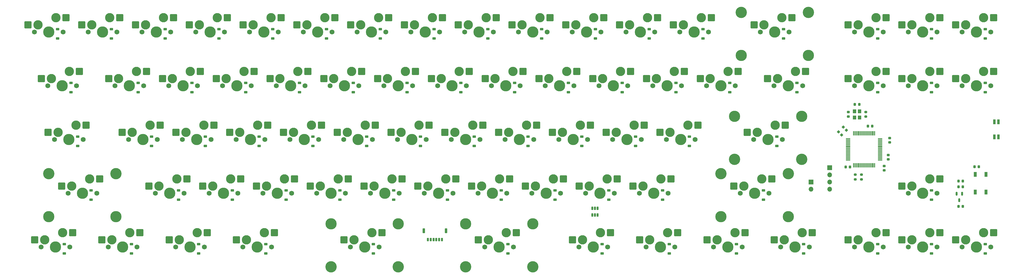
<source format=gbr>
%TF.GenerationSoftware,KiCad,Pcbnew,7.0.10*%
%TF.CreationDate,2024-04-20T21:15:11+02:00*%
%TF.ProjectId,cycle-7,6379636c-652d-4372-9e6b-696361645f70,rev?*%
%TF.SameCoordinates,Original*%
%TF.FileFunction,Soldermask,Bot*%
%TF.FilePolarity,Negative*%
%FSLAX46Y46*%
G04 Gerber Fmt 4.6, Leading zero omitted, Abs format (unit mm)*
G04 Created by KiCad (PCBNEW 7.0.10) date 2024-04-20 21:15:11*
%MOMM*%
%LPD*%
G01*
G04 APERTURE LIST*
G04 Aperture macros list*
%AMRoundRect*
0 Rectangle with rounded corners*
0 $1 Rounding radius*
0 $2 $3 $4 $5 $6 $7 $8 $9 X,Y pos of 4 corners*
0 Add a 4 corners polygon primitive as box body*
4,1,4,$2,$3,$4,$5,$6,$7,$8,$9,$2,$3,0*
0 Add four circle primitives for the rounded corners*
1,1,$1+$1,$2,$3*
1,1,$1+$1,$4,$5*
1,1,$1+$1,$6,$7*
1,1,$1+$1,$8,$9*
0 Add four rect primitives between the rounded corners*
20,1,$1+$1,$2,$3,$4,$5,0*
20,1,$1+$1,$4,$5,$6,$7,0*
20,1,$1+$1,$6,$7,$8,$9,0*
20,1,$1+$1,$8,$9,$2,$3,0*%
G04 Aperture macros list end*
%ADD10C,1.750000*%
%ADD11C,3.987800*%
%ADD12C,3.300000*%
%ADD13RoundRect,0.250000X1.025000X1.000000X-1.025000X1.000000X-1.025000X-1.000000X1.025000X-1.000000X0*%
%ADD14C,4.000000*%
%ADD15RoundRect,0.225000X0.375000X-0.225000X0.375000X0.225000X-0.375000X0.225000X-0.375000X-0.225000X0*%
%ADD16RoundRect,0.225000X-0.250000X0.225000X-0.250000X-0.225000X0.250000X-0.225000X0.250000X0.225000X0*%
%ADD17R,1.000000X1.700000*%
%ADD18RoundRect,0.225000X-0.225000X-0.250000X0.225000X-0.250000X0.225000X0.250000X-0.225000X0.250000X0*%
%ADD19R,1.700000X1.700000*%
%ADD20O,1.700000X1.700000*%
%ADD21RoundRect,0.150000X-0.150000X0.475000X-0.150000X-0.475000X0.150000X-0.475000X0.150000X0.475000X0*%
%ADD22RoundRect,0.200000X0.275000X-0.200000X0.275000X0.200000X-0.275000X0.200000X-0.275000X-0.200000X0*%
%ADD23RoundRect,0.225000X0.225000X0.250000X-0.225000X0.250000X-0.225000X-0.250000X0.225000X-0.250000X0*%
%ADD24RoundRect,0.150000X-0.150000X0.512500X-0.150000X-0.512500X0.150000X-0.512500X0.150000X0.512500X0*%
%ADD25RoundRect,0.225000X0.335876X0.017678X0.017678X0.335876X-0.335876X-0.017678X-0.017678X-0.335876X0*%
%ADD26RoundRect,0.200000X-0.275000X0.200000X-0.275000X-0.200000X0.275000X-0.200000X0.275000X0.200000X0*%
%ADD27RoundRect,0.225000X0.250000X-0.225000X0.250000X0.225000X-0.250000X0.225000X-0.250000X-0.225000X0*%
%ADD28R,0.820000X1.700000*%
%ADD29RoundRect,0.150000X-0.150000X-0.475000X0.150000X-0.475000X0.150000X0.475000X-0.150000X0.475000X0*%
%ADD30RoundRect,0.225000X-0.225000X-0.625000X0.225000X-0.625000X0.225000X0.625000X-0.225000X0.625000X0*%
%ADD31R,1.200000X1.400000*%
%ADD32RoundRect,0.075000X-0.075000X0.700000X-0.075000X-0.700000X0.075000X-0.700000X0.075000X0.700000X0*%
%ADD33RoundRect,0.075000X-0.700000X0.075000X-0.700000X-0.075000X0.700000X-0.075000X0.700000X0.075000X0*%
G04 APERTURE END LIST*
D10*
%TO.C,MX15*%
X335592500Y-90000000D03*
D11*
X330512500Y-90000000D03*
D10*
X325432500Y-90000000D03*
D12*
X326702500Y-87460000D03*
D13*
X323152500Y-87460000D03*
X336602500Y-84920000D03*
D12*
X333052500Y-84920000D03*
%TD*%
D14*
%TO.C,S3*%
X278125000Y-140165000D03*
D11*
X278125000Y-155405000D03*
D14*
X301937500Y-140165000D03*
D11*
X301937500Y-155405000D03*
%TD*%
D14*
%TO.C,S4*%
X40000000Y-140165000D03*
D11*
X40000000Y-155405000D03*
D14*
X63812500Y-140165000D03*
D11*
X63812500Y-155405000D03*
%TD*%
D14*
%TO.C,S6*%
X163825000Y-173185000D03*
D11*
X163825000Y-157945000D03*
D14*
X140012500Y-173185000D03*
D11*
X140012500Y-157945000D03*
%TD*%
D14*
%TO.C,S5*%
X211450000Y-173185000D03*
D11*
X211450000Y-157945000D03*
D14*
X187637500Y-173185000D03*
D11*
X187637500Y-157945000D03*
%TD*%
D14*
%TO.C,S1*%
X285268750Y-83015000D03*
D11*
X285268750Y-98255000D03*
D14*
X309081250Y-83015000D03*
D11*
X309081250Y-98255000D03*
%TD*%
D14*
%TO.C,S2*%
X306700000Y-135085000D03*
D11*
X306700000Y-119845000D03*
D14*
X282887500Y-135085000D03*
D11*
X282887500Y-119845000D03*
%TD*%
D10*
%TO.C,MX22*%
X130805000Y-109050000D03*
D11*
X125725000Y-109050000D03*
D10*
X120645000Y-109050000D03*
D12*
X121915000Y-106510000D03*
D13*
X118365000Y-106510000D03*
X131815000Y-103970000D03*
D12*
X128265000Y-103970000D03*
%TD*%
D15*
%TO.C,D64*%
X116913750Y-168515000D03*
X116913750Y-165215000D03*
%TD*%
D10*
%TO.C,MX18*%
X49842500Y-109050000D03*
D11*
X44762500Y-109050000D03*
D10*
X39682500Y-109050000D03*
D12*
X40952500Y-106510000D03*
D13*
X37402500Y-106510000D03*
X50852500Y-103970000D03*
D12*
X47302500Y-103970000D03*
%TD*%
D15*
%TO.C,D17*%
X371707500Y-92315000D03*
X371707500Y-89015000D03*
%TD*%
D16*
%TO.C,C11*%
X337325000Y-133575000D03*
X337325000Y-135125000D03*
%TD*%
D15*
%TO.C,D70*%
X307413750Y-168515000D03*
X307413750Y-165215000D03*
%TD*%
D17*
%TO.C,SW1*%
X371975000Y-146725000D03*
X371975000Y-140425000D03*
X368175000Y-146725000D03*
X368175000Y-140425000D03*
%TD*%
D10*
%TO.C,MX3*%
X83180000Y-90000000D03*
D11*
X78100000Y-90000000D03*
D10*
X73020000Y-90000000D03*
D12*
X74290000Y-87460000D03*
D13*
X70740000Y-87460000D03*
X84190000Y-84920000D03*
D12*
X80640000Y-84920000D03*
%TD*%
D15*
%TO.C,D40*%
X152632500Y-130415000D03*
X152632500Y-127115000D03*
%TD*%
D18*
%TO.C,C10*%
X367900000Y-137775000D03*
X369450000Y-137775000D03*
%TD*%
D10*
%TO.C,MX44*%
X230817500Y-128100000D03*
D11*
X225737500Y-128100000D03*
D10*
X220657500Y-128100000D03*
D12*
X221927500Y-125560000D03*
D13*
X218377500Y-125560000D03*
X231827500Y-123020000D03*
D12*
X228277500Y-123020000D03*
%TD*%
D15*
%TO.C,D25*%
X185970000Y-111365000D03*
X185970000Y-108065000D03*
%TD*%
%TO.C,D59*%
X293126250Y-149465000D03*
X293126250Y-146165000D03*
%TD*%
%TO.C,D43*%
X209782500Y-130415000D03*
X209782500Y-127115000D03*
%TD*%
%TO.C,D31*%
X305032500Y-111365000D03*
X305032500Y-108065000D03*
%TD*%
D19*
%TO.C,J2*%
X316575000Y-138075000D03*
D20*
X316575000Y-140615000D03*
X316575000Y-143155000D03*
X316575000Y-145695000D03*
%TD*%
D15*
%TO.C,D34*%
X371707500Y-111365000D03*
X371707500Y-108065000D03*
%TD*%
D10*
%TO.C,MX67*%
X237961250Y-166200000D03*
D11*
X232881250Y-166200000D03*
D10*
X227801250Y-166200000D03*
D12*
X229071250Y-163660000D03*
D13*
X225521250Y-163660000D03*
X238971250Y-161120000D03*
D12*
X235421250Y-161120000D03*
%TD*%
D10*
%TO.C,MX41*%
X173667500Y-128100000D03*
D11*
X168587500Y-128100000D03*
D10*
X163507500Y-128100000D03*
D12*
X164777500Y-125560000D03*
D13*
X161227500Y-125560000D03*
X174677500Y-123020000D03*
D12*
X171127500Y-123020000D03*
%TD*%
D10*
%TO.C,MX45*%
X249867500Y-128100000D03*
D11*
X244787500Y-128100000D03*
D10*
X239707500Y-128100000D03*
D12*
X240977500Y-125560000D03*
D13*
X237427500Y-125560000D03*
X250877500Y-123020000D03*
D12*
X247327500Y-123020000D03*
%TD*%
D15*
%TO.C,D45*%
X247882500Y-130415000D03*
X247882500Y-127115000D03*
%TD*%
%TO.C,D71*%
X333607500Y-168515000D03*
X333607500Y-165215000D03*
%TD*%
D10*
%TO.C,MX27*%
X226055000Y-109050000D03*
D11*
X220975000Y-109050000D03*
D10*
X215895000Y-109050000D03*
D12*
X217165000Y-106510000D03*
D13*
X213615000Y-106510000D03*
X227065000Y-103970000D03*
D12*
X223515000Y-103970000D03*
%TD*%
D21*
%TO.C,U3*%
X232525000Y-152500000D03*
X233475000Y-152500000D03*
X234425000Y-152500000D03*
X234425000Y-154850000D03*
X233475000Y-154850000D03*
X232525000Y-154850000D03*
%TD*%
D10*
%TO.C,MX31*%
X307017500Y-109050000D03*
D11*
X301937500Y-109050000D03*
D10*
X296857500Y-109050000D03*
D12*
X298127500Y-106510000D03*
D13*
X294577500Y-106510000D03*
X308027500Y-103970000D03*
D12*
X304477500Y-103970000D03*
%TD*%
D10*
%TO.C,MX53*%
X164142500Y-147150000D03*
D11*
X159062500Y-147150000D03*
D10*
X153982500Y-147150000D03*
D12*
X155252500Y-144610000D03*
D13*
X151702500Y-144610000D03*
X165152500Y-142070000D03*
D12*
X161602500Y-142070000D03*
%TD*%
D22*
%TO.C,R1*%
X327900000Y-142200000D03*
X327900000Y-140550000D03*
%TD*%
D23*
%TO.C,C9*%
X363750000Y-144875000D03*
X362200000Y-144875000D03*
%TD*%
D15*
%TO.C,D72*%
X352657500Y-168515000D03*
X352657500Y-165215000D03*
%TD*%
D10*
%TO.C,MX17*%
X373692500Y-90000000D03*
D11*
X368612500Y-90000000D03*
D10*
X363532500Y-90000000D03*
D12*
X364802500Y-87460000D03*
D13*
X361252500Y-87460000D03*
X374702500Y-84920000D03*
D12*
X371152500Y-84920000D03*
%TD*%
D15*
%TO.C,D66*%
X202638750Y-168515000D03*
X202638750Y-165215000D03*
%TD*%
D10*
%TO.C,MX60*%
X354642500Y-147150000D03*
D11*
X349562500Y-147150000D03*
D10*
X344482500Y-147150000D03*
D12*
X345752500Y-144610000D03*
D13*
X342202500Y-144610000D03*
X355652500Y-142070000D03*
D12*
X352102500Y-142070000D03*
%TD*%
D24*
%TO.C,U1*%
X361575000Y-147337500D03*
X363475000Y-147337500D03*
X362525000Y-149612500D03*
%TD*%
D10*
%TO.C,MX68*%
X261773750Y-166200000D03*
D11*
X256693750Y-166200000D03*
D10*
X251613750Y-166200000D03*
D12*
X252883750Y-163660000D03*
D13*
X249333750Y-163660000D03*
X262783750Y-161120000D03*
D12*
X259233750Y-161120000D03*
%TD*%
D23*
%TO.C,C7*%
X323800000Y-137825000D03*
X322250000Y-137825000D03*
%TD*%
D10*
%TO.C,MX58*%
X259392500Y-147150000D03*
D11*
X254312500Y-147150000D03*
D10*
X249232500Y-147150000D03*
D12*
X250502500Y-144610000D03*
D13*
X246952500Y-144610000D03*
X260402500Y-142070000D03*
D12*
X256852500Y-142070000D03*
%TD*%
D15*
%TO.C,D29*%
X262170000Y-111365000D03*
X262170000Y-108065000D03*
%TD*%
%TO.C,D69*%
X283601250Y-168515000D03*
X283601250Y-165215000D03*
%TD*%
%TO.C,D2*%
X62145000Y-92315000D03*
X62145000Y-89015000D03*
%TD*%
%TO.C,D33*%
X352657500Y-111365000D03*
X352657500Y-108065000D03*
%TD*%
D18*
%TO.C,C13*%
X325525000Y-115675000D03*
X327075000Y-115675000D03*
%TD*%
D25*
%TO.C,C2*%
X322500000Y-124825000D03*
X321403984Y-123728984D03*
%TD*%
D15*
%TO.C,D68*%
X259788750Y-168515000D03*
X259788750Y-165215000D03*
%TD*%
%TO.C,D63*%
X93101250Y-168515000D03*
X93101250Y-165215000D03*
%TD*%
%TO.C,D27*%
X224070000Y-111365000D03*
X224070000Y-108065000D03*
%TD*%
D10*
%TO.C,MX59*%
X295111250Y-147150000D03*
D11*
X290031250Y-147150000D03*
D10*
X284951250Y-147150000D03*
D12*
X286221250Y-144610000D03*
D13*
X282671250Y-144610000D03*
X296121250Y-142070000D03*
D12*
X292571250Y-142070000D03*
%TD*%
D15*
%TO.C,D21*%
X109770000Y-111365000D03*
X109770000Y-108065000D03*
%TD*%
%TO.C,D44*%
X228832500Y-130415000D03*
X228832500Y-127115000D03*
%TD*%
D23*
%TO.C,C4*%
X331700000Y-123325000D03*
X330150000Y-123325000D03*
%TD*%
D15*
%TO.C,D16*%
X352657500Y-92315000D03*
X352657500Y-89015000D03*
%TD*%
D10*
%TO.C,MX13*%
X273680000Y-90000000D03*
D11*
X268600000Y-90000000D03*
D10*
X263520000Y-90000000D03*
D12*
X264790000Y-87460000D03*
D13*
X261240000Y-87460000D03*
X274690000Y-84920000D03*
D12*
X271140000Y-84920000D03*
%TD*%
D16*
%TO.C,C12*%
X323200000Y-118400000D03*
X323200000Y-119950000D03*
%TD*%
D15*
%TO.C,D9*%
X195495000Y-92315000D03*
X195495000Y-89015000D03*
%TD*%
%TO.C,D1*%
X43095000Y-92315000D03*
X43095000Y-89015000D03*
%TD*%
%TO.C,D47*%
X297888750Y-130415000D03*
X297888750Y-127115000D03*
%TD*%
D10*
%TO.C,MX21*%
X111755000Y-109050000D03*
D11*
X106675000Y-109050000D03*
D10*
X101595000Y-109050000D03*
D12*
X102865000Y-106510000D03*
D13*
X99315000Y-106510000D03*
X112765000Y-103970000D03*
D12*
X109215000Y-103970000D03*
%TD*%
D15*
%TO.C,D10*%
X214545000Y-92315000D03*
X214545000Y-89015000D03*
%TD*%
D25*
%TO.C,C3*%
X320802945Y-126522057D03*
X319706929Y-125426041D03*
%TD*%
D15*
%TO.C,D19*%
X71670000Y-111365000D03*
X71670000Y-108065000D03*
%TD*%
D10*
%TO.C,MX6*%
X140330000Y-90000000D03*
D11*
X135250000Y-90000000D03*
D10*
X130170000Y-90000000D03*
D12*
X131440000Y-87460000D03*
D13*
X127890000Y-87460000D03*
X141340000Y-84920000D03*
D12*
X137790000Y-84920000D03*
%TD*%
D15*
%TO.C,D61*%
X45476250Y-168515000D03*
X45476250Y-165215000D03*
%TD*%
%TO.C,D24*%
X166920000Y-111365000D03*
X166920000Y-108065000D03*
%TD*%
%TO.C,D48*%
X55001250Y-149465000D03*
X55001250Y-146165000D03*
%TD*%
%TO.C,D3*%
X81195000Y-92315000D03*
X81195000Y-89015000D03*
%TD*%
D10*
%TO.C,MX34*%
X373692500Y-109050000D03*
D11*
X368612500Y-109050000D03*
D10*
X363532500Y-109050000D03*
D12*
X364802500Y-106510000D03*
D13*
X361252500Y-106510000D03*
X374702500Y-103970000D03*
D12*
X371152500Y-103970000D03*
%TD*%
D26*
%TO.C,R3*%
X329400000Y-118350000D03*
X329400000Y-120000000D03*
%TD*%
D10*
%TO.C,MX65*%
X156998750Y-166200000D03*
D11*
X151918750Y-166200000D03*
D10*
X146838750Y-166200000D03*
D12*
X148108750Y-163660000D03*
D13*
X144558750Y-163660000D03*
X158008750Y-161120000D03*
D12*
X154458750Y-161120000D03*
%TD*%
D15*
%TO.C,D14*%
X300270000Y-92315000D03*
X300270000Y-89015000D03*
%TD*%
%TO.C,D37*%
X95482500Y-130415000D03*
X95482500Y-127115000D03*
%TD*%
D10*
%TO.C,MX26*%
X207005000Y-109050000D03*
D11*
X201925000Y-109050000D03*
D10*
X196845000Y-109050000D03*
D12*
X198115000Y-106510000D03*
D13*
X194565000Y-106510000D03*
X208015000Y-103970000D03*
D12*
X204465000Y-103970000D03*
%TD*%
D10*
%TO.C,MX50*%
X106992500Y-147150000D03*
D11*
X101912500Y-147150000D03*
D10*
X96832500Y-147150000D03*
D12*
X98102500Y-144610000D03*
D13*
X94552500Y-144610000D03*
X108002500Y-142070000D03*
D12*
X104452500Y-142070000D03*
%TD*%
D10*
%TO.C,MX64*%
X118898750Y-166200000D03*
D11*
X113818750Y-166200000D03*
D10*
X108738750Y-166200000D03*
D12*
X110008750Y-163660000D03*
D13*
X106458750Y-163660000D03*
X119908750Y-161120000D03*
D12*
X116358750Y-161120000D03*
%TD*%
D15*
%TO.C,D39*%
X133582500Y-130415000D03*
X133582500Y-127115000D03*
%TD*%
%TO.C,D12*%
X252645000Y-92315000D03*
X252645000Y-89015000D03*
%TD*%
D10*
%TO.C,MX61*%
X47461250Y-166200000D03*
D11*
X42381250Y-166200000D03*
D10*
X37301250Y-166200000D03*
D12*
X38571250Y-163660000D03*
D13*
X35021250Y-163660000D03*
X48471250Y-161120000D03*
D12*
X44921250Y-161120000D03*
%TD*%
D10*
%TO.C,MX1*%
X45080000Y-90000000D03*
D11*
X40000000Y-90000000D03*
D10*
X34920000Y-90000000D03*
D12*
X36190000Y-87460000D03*
D13*
X32640000Y-87460000D03*
X46090000Y-84920000D03*
D12*
X42540000Y-84920000D03*
%TD*%
D15*
%TO.C,D30*%
X281220000Y-111365000D03*
X281220000Y-108065000D03*
%TD*%
D10*
%TO.C,MX48*%
X56986250Y-147150000D03*
D11*
X51906250Y-147150000D03*
D10*
X46826250Y-147150000D03*
D12*
X48096250Y-144610000D03*
D13*
X44546250Y-144610000D03*
X57996250Y-142070000D03*
D12*
X54446250Y-142070000D03*
%TD*%
D27*
%TO.C,C5*%
X337875000Y-129150000D03*
X337875000Y-127600000D03*
%TD*%
D10*
%TO.C,MX36*%
X78417500Y-128100000D03*
D11*
X73337500Y-128100000D03*
D10*
X68257500Y-128100000D03*
D12*
X69527500Y-125560000D03*
D13*
X65977500Y-125560000D03*
X79427500Y-123020000D03*
D12*
X75877500Y-123020000D03*
%TD*%
D15*
%TO.C,D53*%
X162157500Y-149465000D03*
X162157500Y-146165000D03*
%TD*%
D10*
%TO.C,MX35*%
X52223750Y-128100000D03*
D11*
X47143750Y-128100000D03*
D10*
X42063750Y-128100000D03*
D12*
X43333750Y-125560000D03*
D13*
X39783750Y-125560000D03*
X53233750Y-123020000D03*
D12*
X49683750Y-123020000D03*
%TD*%
D10*
%TO.C,MX10*%
X216530000Y-90000000D03*
D11*
X211450000Y-90000000D03*
D10*
X206370000Y-90000000D03*
D12*
X207640000Y-87460000D03*
D13*
X204090000Y-87460000D03*
X217540000Y-84920000D03*
D12*
X213990000Y-84920000D03*
%TD*%
D15*
%TO.C,D4*%
X100245000Y-92315000D03*
X100245000Y-89015000D03*
%TD*%
D28*
%TO.C,D74*%
X376400000Y-127150000D03*
X374900000Y-127150000D03*
X374900000Y-121850000D03*
X376400000Y-121850000D03*
%TD*%
D10*
%TO.C,MX4*%
X102230000Y-90000000D03*
D11*
X97150000Y-90000000D03*
D10*
X92070000Y-90000000D03*
D12*
X93340000Y-87460000D03*
D13*
X89790000Y-87460000D03*
X103240000Y-84920000D03*
D12*
X99690000Y-84920000D03*
%TD*%
D15*
%TO.C,D11*%
X233595000Y-92315000D03*
X233595000Y-89015000D03*
%TD*%
D10*
%TO.C,MX69*%
X285586250Y-166200000D03*
D11*
X280506250Y-166200000D03*
D10*
X275426250Y-166200000D03*
D12*
X276696250Y-163660000D03*
D13*
X273146250Y-163660000D03*
X286596250Y-161120000D03*
D12*
X283046250Y-161120000D03*
%TD*%
D10*
%TO.C,MX24*%
X168905000Y-109050000D03*
D11*
X163825000Y-109050000D03*
D10*
X158745000Y-109050000D03*
D12*
X160015000Y-106510000D03*
D13*
X156465000Y-106510000D03*
X169915000Y-103970000D03*
D12*
X166365000Y-103970000D03*
%TD*%
D15*
%TO.C,D58*%
X257407500Y-149465000D03*
X257407500Y-146165000D03*
%TD*%
D10*
%TO.C,MX16*%
X354642500Y-90000000D03*
D11*
X349562500Y-90000000D03*
D10*
X344482500Y-90000000D03*
D12*
X345752500Y-87460000D03*
D13*
X342202500Y-87460000D03*
X355652500Y-84920000D03*
D12*
X352102500Y-84920000D03*
%TD*%
D10*
%TO.C,MX37*%
X97467500Y-128100000D03*
D11*
X92387500Y-128100000D03*
D10*
X87307500Y-128100000D03*
D12*
X88577500Y-125560000D03*
D13*
X85027500Y-125560000D03*
X98477500Y-123020000D03*
D12*
X94927500Y-123020000D03*
%TD*%
D10*
%TO.C,MX66*%
X204623750Y-166200000D03*
D11*
X199543750Y-166200000D03*
D10*
X194463750Y-166200000D03*
D12*
X195733750Y-163660000D03*
D13*
X192183750Y-163660000D03*
X205633750Y-161120000D03*
D12*
X202083750Y-161120000D03*
%TD*%
D15*
%TO.C,D73*%
X371707500Y-168515000D03*
X371707500Y-165215000D03*
%TD*%
D10*
%TO.C,MX43*%
X211767500Y-128100000D03*
D11*
X206687500Y-128100000D03*
D10*
X201607500Y-128100000D03*
D12*
X202877500Y-125560000D03*
D13*
X199327500Y-125560000D03*
X212777500Y-123020000D03*
D12*
X209227500Y-123020000D03*
%TD*%
D15*
%TO.C,D62*%
X69288750Y-168515000D03*
X69288750Y-165215000D03*
%TD*%
D10*
%TO.C,MX12*%
X254630000Y-90000000D03*
D11*
X249550000Y-90000000D03*
D10*
X244470000Y-90000000D03*
D12*
X245740000Y-87460000D03*
D13*
X242190000Y-87460000D03*
X255640000Y-84920000D03*
D12*
X252090000Y-84920000D03*
%TD*%
D10*
%TO.C,MX9*%
X197480000Y-90000000D03*
D11*
X192400000Y-90000000D03*
D10*
X187320000Y-90000000D03*
D12*
X188590000Y-87460000D03*
D13*
X185040000Y-87460000D03*
X198490000Y-84920000D03*
D12*
X194940000Y-84920000D03*
%TD*%
D10*
%TO.C,MX46*%
X268917500Y-128100000D03*
D11*
X263837500Y-128100000D03*
D10*
X258757500Y-128100000D03*
D12*
X260027500Y-125560000D03*
D13*
X256477500Y-125560000D03*
X269927500Y-123020000D03*
D12*
X266377500Y-123020000D03*
%TD*%
D10*
%TO.C,MX71*%
X335592500Y-166200000D03*
D11*
X330512500Y-166200000D03*
D10*
X325432500Y-166200000D03*
D12*
X326702500Y-163660000D03*
D13*
X323152500Y-163660000D03*
X336602500Y-161120000D03*
D12*
X333052500Y-161120000D03*
%TD*%
D15*
%TO.C,D15*%
X333607500Y-92315000D03*
X333607500Y-89015000D03*
%TD*%
%TO.C,D52*%
X143107500Y-149465000D03*
X143107500Y-146165000D03*
%TD*%
D10*
%TO.C,MX63*%
X95086250Y-166200000D03*
D11*
X90006250Y-166200000D03*
D10*
X84926250Y-166200000D03*
D12*
X86196250Y-163660000D03*
D13*
X82646250Y-163660000D03*
X96096250Y-161120000D03*
D12*
X92546250Y-161120000D03*
%TD*%
D15*
%TO.C,D42*%
X190732500Y-130415000D03*
X190732500Y-127115000D03*
%TD*%
D10*
%TO.C,MX30*%
X283205000Y-109050000D03*
D11*
X278125000Y-109050000D03*
D10*
X273045000Y-109050000D03*
D12*
X274315000Y-106510000D03*
D13*
X270765000Y-106510000D03*
X284215000Y-103970000D03*
D12*
X280665000Y-103970000D03*
%TD*%
D10*
%TO.C,MX14*%
X302255000Y-90000000D03*
D11*
X297175000Y-90000000D03*
D10*
X292095000Y-90000000D03*
D12*
X293365000Y-87460000D03*
D13*
X289815000Y-87460000D03*
X303265000Y-84920000D03*
D12*
X299715000Y-84920000D03*
%TD*%
D15*
%TO.C,D56*%
X219307500Y-149465000D03*
X219307500Y-146165000D03*
%TD*%
D29*
%TO.C,J1*%
X174280000Y-163560000D03*
X175280000Y-163560000D03*
X176280000Y-163560000D03*
X177280000Y-163560000D03*
X178280000Y-163560000D03*
X179280000Y-163560000D03*
D30*
X172830000Y-160435000D03*
X180730000Y-160435000D03*
%TD*%
D15*
%TO.C,D18*%
X47857500Y-111365000D03*
X47857500Y-108065000D03*
%TD*%
D10*
%TO.C,MX55*%
X202242500Y-147150000D03*
D11*
X197162500Y-147150000D03*
D10*
X192082500Y-147150000D03*
D12*
X193352500Y-144610000D03*
D13*
X189802500Y-144610000D03*
X203252500Y-142070000D03*
D12*
X199702500Y-142070000D03*
%TD*%
D15*
%TO.C,D49*%
X85957500Y-149465000D03*
X85957500Y-146165000D03*
%TD*%
%TO.C,D32*%
X333607500Y-111365000D03*
X333607500Y-108065000D03*
%TD*%
D10*
%TO.C,MX23*%
X149855000Y-109050000D03*
D11*
X144775000Y-109050000D03*
D10*
X139695000Y-109050000D03*
D12*
X140965000Y-106510000D03*
D13*
X137415000Y-106510000D03*
X150865000Y-103970000D03*
D12*
X147315000Y-103970000D03*
%TD*%
D15*
%TO.C,D51*%
X124057500Y-149465000D03*
X124057500Y-146165000D03*
%TD*%
D10*
%TO.C,MX2*%
X64130000Y-90000000D03*
D11*
X59050000Y-90000000D03*
D10*
X53970000Y-90000000D03*
D12*
X55240000Y-87460000D03*
D13*
X51690000Y-87460000D03*
X65140000Y-84920000D03*
D12*
X61590000Y-84920000D03*
%TD*%
D15*
%TO.C,D38*%
X114532500Y-130415000D03*
X114532500Y-127115000D03*
%TD*%
%TO.C,D67*%
X235976250Y-168515000D03*
X235976250Y-165215000D03*
%TD*%
D10*
%TO.C,MX20*%
X92705000Y-109050000D03*
D11*
X87625000Y-109050000D03*
D10*
X82545000Y-109050000D03*
D12*
X83815000Y-106510000D03*
D13*
X80265000Y-106510000D03*
X93715000Y-103970000D03*
D12*
X90165000Y-103970000D03*
%TD*%
D15*
%TO.C,D22*%
X128820000Y-111365000D03*
X128820000Y-108065000D03*
%TD*%
D10*
%TO.C,MX40*%
X154617500Y-128100000D03*
D11*
X149537500Y-128100000D03*
D10*
X144457500Y-128100000D03*
D12*
X145727500Y-125560000D03*
D13*
X142177500Y-125560000D03*
X155627500Y-123020000D03*
D12*
X152077500Y-123020000D03*
%TD*%
D10*
%TO.C,MX7*%
X159380000Y-90000000D03*
D11*
X154300000Y-90000000D03*
D10*
X149220000Y-90000000D03*
D12*
X150490000Y-87460000D03*
D13*
X146940000Y-87460000D03*
X160390000Y-84920000D03*
D12*
X156840000Y-84920000D03*
%TD*%
D15*
%TO.C,D36*%
X76432500Y-130415000D03*
X76432500Y-127115000D03*
%TD*%
D10*
%TO.C,MX52*%
X145092500Y-147150000D03*
D11*
X140012500Y-147150000D03*
D10*
X134932500Y-147150000D03*
D12*
X136202500Y-144610000D03*
D13*
X132652500Y-144610000D03*
X146102500Y-142070000D03*
D12*
X142552500Y-142070000D03*
%TD*%
D10*
%TO.C,MX5*%
X121280000Y-90000000D03*
D11*
X116200000Y-90000000D03*
D10*
X111120000Y-90000000D03*
D12*
X112390000Y-87460000D03*
D13*
X108840000Y-87460000D03*
X122290000Y-84920000D03*
D12*
X118740000Y-84920000D03*
%TD*%
D15*
%TO.C,D7*%
X157395000Y-92315000D03*
X157395000Y-89015000D03*
%TD*%
D31*
%TO.C,Y1*%
X327150000Y-118075000D03*
X327150000Y-120275000D03*
X325450000Y-120275000D03*
X325450000Y-118075000D03*
%TD*%
D10*
%TO.C,MX11*%
X235580000Y-90000000D03*
D11*
X230500000Y-90000000D03*
D10*
X225420000Y-90000000D03*
D12*
X226690000Y-87460000D03*
D13*
X223140000Y-87460000D03*
X236590000Y-84920000D03*
D12*
X233040000Y-84920000D03*
%TD*%
D32*
%TO.C,U2*%
X325057588Y-125913858D03*
X325557588Y-125913858D03*
X326057588Y-125913858D03*
X326557588Y-125913858D03*
X327057588Y-125913858D03*
X327557588Y-125913858D03*
X328057588Y-125913858D03*
X328557588Y-125913858D03*
X329057588Y-125913858D03*
X329557588Y-125913858D03*
X330057588Y-125913858D03*
X330557588Y-125913858D03*
X331057588Y-125913858D03*
X331557588Y-125913858D03*
X332057588Y-125913858D03*
X332557588Y-125913858D03*
D33*
X334482588Y-127838858D03*
X334482588Y-128338858D03*
X334482588Y-128838858D03*
X334482588Y-129338858D03*
X334482588Y-129838858D03*
X334482588Y-130338858D03*
X334482588Y-130838858D03*
X334482588Y-131338858D03*
X334482588Y-131838858D03*
X334482588Y-132338858D03*
X334482588Y-132838858D03*
X334482588Y-133338858D03*
X334482588Y-133838858D03*
X334482588Y-134338858D03*
X334482588Y-134838858D03*
X334482588Y-135338858D03*
D32*
X332557588Y-137263858D03*
X332057588Y-137263858D03*
X331557588Y-137263858D03*
X331057588Y-137263858D03*
X330557588Y-137263858D03*
X330057588Y-137263858D03*
X329557588Y-137263858D03*
X329057588Y-137263858D03*
X328557588Y-137263858D03*
X328057588Y-137263858D03*
X327557588Y-137263858D03*
X327057588Y-137263858D03*
X326557588Y-137263858D03*
X326057588Y-137263858D03*
X325557588Y-137263858D03*
X325057588Y-137263858D03*
D33*
X323132588Y-135338858D03*
X323132588Y-134838858D03*
X323132588Y-134338858D03*
X323132588Y-133838858D03*
X323132588Y-133338858D03*
X323132588Y-132838858D03*
X323132588Y-132338858D03*
X323132588Y-131838858D03*
X323132588Y-131338858D03*
X323132588Y-130838858D03*
X323132588Y-130338858D03*
X323132588Y-129838858D03*
X323132588Y-129338858D03*
X323132588Y-128838858D03*
X323132588Y-128338858D03*
X323132588Y-127838858D03*
%TD*%
D23*
%TO.C,C1*%
X363750000Y-142825000D03*
X362200000Y-142825000D03*
%TD*%
D10*
%TO.C,MX72*%
X354642500Y-166200000D03*
D11*
X349562500Y-166200000D03*
D10*
X344482500Y-166200000D03*
D12*
X345752500Y-163660000D03*
D13*
X342202500Y-163660000D03*
X355652500Y-161120000D03*
D12*
X352102500Y-161120000D03*
%TD*%
D10*
%TO.C,MX25*%
X187955000Y-109050000D03*
D11*
X182875000Y-109050000D03*
D10*
X177795000Y-109050000D03*
D12*
X179065000Y-106510000D03*
D13*
X175515000Y-106510000D03*
X188965000Y-103970000D03*
D12*
X185415000Y-103970000D03*
%TD*%
D10*
%TO.C,MX32*%
X335592500Y-109050000D03*
D11*
X330512500Y-109050000D03*
D10*
X325432500Y-109050000D03*
D12*
X326702500Y-106510000D03*
D13*
X323152500Y-106510000D03*
X336602500Y-103970000D03*
D12*
X333052500Y-103970000D03*
%TD*%
D15*
%TO.C,D50*%
X105007500Y-149465000D03*
X105007500Y-146165000D03*
%TD*%
D10*
%TO.C,MX42*%
X192717500Y-128100000D03*
D11*
X187637500Y-128100000D03*
D10*
X182557500Y-128100000D03*
D12*
X183827500Y-125560000D03*
D13*
X180277500Y-125560000D03*
X193727500Y-123020000D03*
D12*
X190177500Y-123020000D03*
%TD*%
D15*
%TO.C,D35*%
X50238750Y-130415000D03*
X50238750Y-127115000D03*
%TD*%
D10*
%TO.C,MX39*%
X135567500Y-128100000D03*
D11*
X130487500Y-128100000D03*
D10*
X125407500Y-128100000D03*
D12*
X126677500Y-125560000D03*
D13*
X123127500Y-125560000D03*
X136577500Y-123020000D03*
D12*
X133027500Y-123020000D03*
%TD*%
D22*
%TO.C,R2*%
X325700000Y-142200000D03*
X325700000Y-140550000D03*
%TD*%
D10*
%TO.C,MX73*%
X373692500Y-166200000D03*
D11*
X368612500Y-166200000D03*
D10*
X363532500Y-166200000D03*
D12*
X364802500Y-163660000D03*
D13*
X361252500Y-163660000D03*
X374702500Y-161120000D03*
D12*
X371152500Y-161120000D03*
%TD*%
D10*
%TO.C,MX47*%
X299873750Y-128100000D03*
D11*
X294793750Y-128100000D03*
D10*
X289713750Y-128100000D03*
D12*
X290983750Y-125560000D03*
D13*
X287433750Y-125560000D03*
X300883750Y-123020000D03*
D12*
X297333750Y-123020000D03*
%TD*%
D10*
%TO.C,MX49*%
X87942500Y-147150000D03*
D11*
X82862500Y-147150000D03*
D10*
X77782500Y-147150000D03*
D12*
X79052500Y-144610000D03*
D13*
X75502500Y-144610000D03*
X88952500Y-142070000D03*
D12*
X85402500Y-142070000D03*
%TD*%
D15*
%TO.C,D28*%
X243120000Y-111365000D03*
X243120000Y-108065000D03*
%TD*%
%TO.C,D8*%
X176445000Y-92315000D03*
X176445000Y-89015000D03*
%TD*%
D10*
%TO.C,MX28*%
X245105000Y-109050000D03*
D11*
X240025000Y-109050000D03*
D10*
X234945000Y-109050000D03*
D12*
X236215000Y-106510000D03*
D13*
X232665000Y-106510000D03*
X246115000Y-103970000D03*
D12*
X242565000Y-103970000D03*
%TD*%
D15*
%TO.C,D6*%
X138345000Y-92315000D03*
X138345000Y-89015000D03*
%TD*%
D19*
%TO.C,J3*%
X309975000Y-143175000D03*
D20*
X309975000Y-145715000D03*
%TD*%
D15*
%TO.C,D57*%
X238357500Y-149465000D03*
X238357500Y-146165000D03*
%TD*%
%TO.C,D26*%
X205020000Y-111365000D03*
X205020000Y-108065000D03*
%TD*%
%TO.C,D65*%
X155013750Y-168515000D03*
X155013750Y-165215000D03*
%TD*%
%TO.C,D46*%
X266932500Y-130415000D03*
X266932500Y-127115000D03*
%TD*%
D10*
%TO.C,MX54*%
X183192500Y-147150000D03*
D11*
X178112500Y-147150000D03*
D10*
X173032500Y-147150000D03*
D12*
X174302500Y-144610000D03*
D13*
X170752500Y-144610000D03*
X184202500Y-142070000D03*
D12*
X180652500Y-142070000D03*
%TD*%
D15*
%TO.C,D23*%
X147870000Y-111365000D03*
X147870000Y-108065000D03*
%TD*%
%TO.C,D13*%
X271695000Y-92315000D03*
X271695000Y-89015000D03*
%TD*%
D10*
%TO.C,MX62*%
X71273750Y-166200000D03*
D11*
X66193750Y-166200000D03*
D10*
X61113750Y-166200000D03*
D12*
X62383750Y-163660000D03*
D13*
X58833750Y-163660000D03*
X72283750Y-161120000D03*
D12*
X68733750Y-161120000D03*
%TD*%
D10*
%TO.C,MX56*%
X221292500Y-147150000D03*
D11*
X216212500Y-147150000D03*
D10*
X211132500Y-147150000D03*
D12*
X212402500Y-144610000D03*
D13*
X208852500Y-144610000D03*
X222302500Y-142070000D03*
D12*
X218752500Y-142070000D03*
%TD*%
D10*
%TO.C,MX29*%
X264155000Y-109050000D03*
D11*
X259075000Y-109050000D03*
D10*
X253995000Y-109050000D03*
D12*
X255265000Y-106510000D03*
D13*
X251715000Y-106510000D03*
X265165000Y-103970000D03*
D12*
X261615000Y-103970000D03*
%TD*%
D10*
%TO.C,MX19*%
X73655000Y-109050000D03*
D11*
X68575000Y-109050000D03*
D10*
X63495000Y-109050000D03*
D12*
X64765000Y-106510000D03*
D13*
X61215000Y-106510000D03*
X74665000Y-103970000D03*
D12*
X71115000Y-103970000D03*
%TD*%
D15*
%TO.C,D55*%
X200257500Y-149465000D03*
X200257500Y-146165000D03*
%TD*%
D10*
%TO.C,MX8*%
X178430000Y-90000000D03*
D11*
X173350000Y-90000000D03*
D10*
X168270000Y-90000000D03*
D12*
X169540000Y-87460000D03*
D13*
X165990000Y-87460000D03*
X179440000Y-84920000D03*
D12*
X175890000Y-84920000D03*
%TD*%
D15*
%TO.C,D5*%
X119295000Y-92315000D03*
X119295000Y-89015000D03*
%TD*%
D10*
%TO.C,MX51*%
X126042500Y-147150000D03*
D11*
X120962500Y-147150000D03*
D10*
X115882500Y-147150000D03*
D12*
X117152500Y-144610000D03*
D13*
X113602500Y-144610000D03*
X127052500Y-142070000D03*
D12*
X123502500Y-142070000D03*
%TD*%
D10*
%TO.C,MX38*%
X116517500Y-128100000D03*
D11*
X111437500Y-128100000D03*
D10*
X106357500Y-128100000D03*
D12*
X107627500Y-125560000D03*
D13*
X104077500Y-125560000D03*
X117527500Y-123020000D03*
D12*
X113977500Y-123020000D03*
%TD*%
D15*
%TO.C,D54*%
X181207500Y-149465000D03*
X181207500Y-146165000D03*
%TD*%
%TO.C,D60*%
X352657500Y-149465000D03*
X352657500Y-146165000D03*
%TD*%
D16*
%TO.C,C6*%
X335900000Y-137500000D03*
X335900000Y-139050000D03*
%TD*%
D10*
%TO.C,MX70*%
X309398750Y-166200000D03*
D11*
X304318750Y-166200000D03*
D10*
X299238750Y-166200000D03*
D12*
X300508750Y-163660000D03*
D13*
X296958750Y-163660000D03*
X310408750Y-161120000D03*
D12*
X306858750Y-161120000D03*
%TD*%
D15*
%TO.C,D41*%
X171682500Y-130415000D03*
X171682500Y-127115000D03*
%TD*%
D10*
%TO.C,MX57*%
X240342500Y-147150000D03*
D11*
X235262500Y-147150000D03*
D10*
X230182500Y-147150000D03*
D12*
X231452500Y-144610000D03*
D13*
X227902500Y-144610000D03*
X241352500Y-142070000D03*
D12*
X237802500Y-142070000D03*
%TD*%
D10*
%TO.C,MX33*%
X354642500Y-109050000D03*
D11*
X349562500Y-109050000D03*
D10*
X344482500Y-109050000D03*
D12*
X345752500Y-106510000D03*
D13*
X342202500Y-106510000D03*
X355652500Y-103970000D03*
D12*
X352102500Y-103970000D03*
%TD*%
D15*
%TO.C,D20*%
X90720000Y-111365000D03*
X90720000Y-108065000D03*
%TD*%
D18*
%TO.C,C8*%
X362200000Y-151775000D03*
X363750000Y-151775000D03*
%TD*%
M02*

</source>
